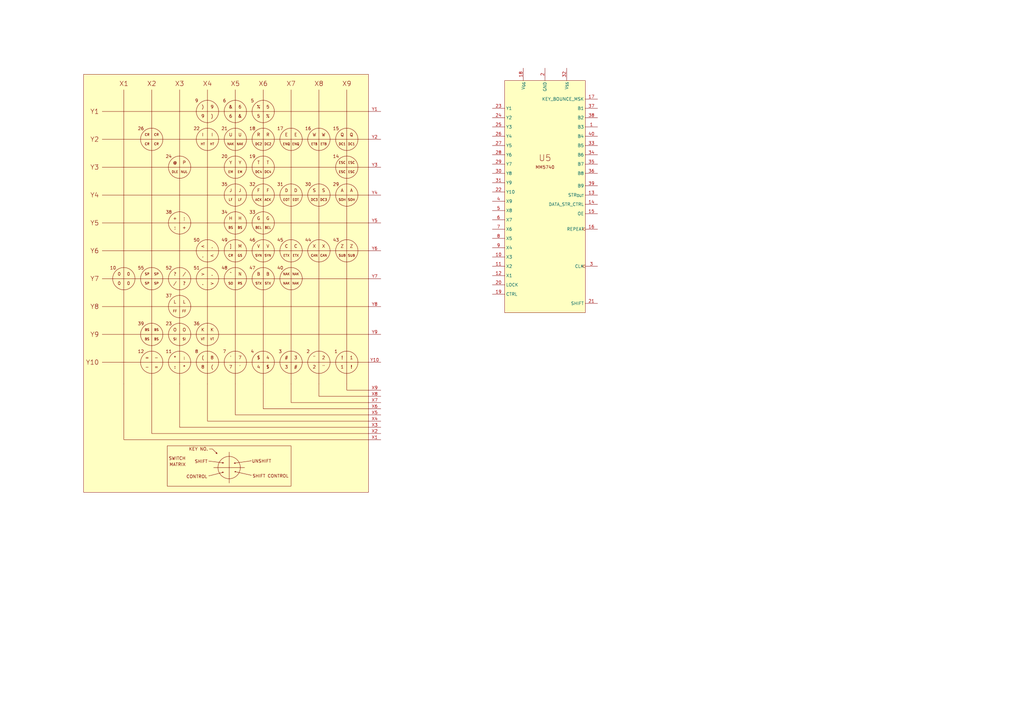
<source format=kicad_sch>
(kicad_sch (version 20211123) (generator eeschema)
  (paper "A3")
  (title_block (title "Apple II - Single Piece Keyboard") (date "2022-07-11") (rev "SPK") (company "Apple Computers, Inc.") (comment 1 "Original schematic by Apple Computers") (comment 2 "https://github.com/omega9380/Retro-Schematics") (comment 3 "Replication by Omega9380 - July 2022") (comment 4 "Source: The Apple II Circuit Description by W. Gayler"))
  (lib_symbols
    (symbol "Apple II:SPK_SINGLE_PIECE_KEYBOARD"
      (symbol "SPK_SINGLE_PIECE_KEYBOARD_0_0"
        (polyline (pts (xy 7.62 -118.11) (xy 116.84 -118.11)))
        (polyline (pts (xy 7.62 -106.68) (xy 116.84 -106.68)))
        (polyline (pts (xy 7.62 -95.25) (xy 116.84 -95.25)))
        (polyline (pts (xy 7.62 -83.82) (xy 116.84 -83.82)))
        (polyline (pts (xy 7.62 -72.39) (xy 116.84 -72.39)))
        (polyline (pts (xy 7.62 -60.96) (xy 116.84 -60.96)))
        (polyline (pts (xy 7.62 -49.53) (xy 116.84 -49.53)))
        (polyline (pts (xy 7.62 -38.1) (xy 116.84 -38.1)))
        (polyline (pts (xy 7.62 -26.67) (xy 116.84 -26.67)))
        (polyline (pts (xy 7.62 -15.24) (xy 116.84 -15.24)))
        (polyline (pts (xy 16.51 -6.35) (xy 16.51 -127)))
        (polyline (pts (xy 27.94 -6.35) (xy 27.94 -127)))
        (polyline (pts (xy 39.37 -6.35) (xy 39.37 -127)))
        (polyline (pts (xy 50.8 -6.35) (xy 50.8 -127)))
        (polyline (pts (xy 51.308 -158.623) (xy 57.404 -159.385)))
        (polyline (pts (xy 53.34 -161.29) (xy 66.04 -161.29)))
        (polyline (pts (xy 59.69 -154.94) (xy 59.69 -167.64)))
        (polyline (pts (xy 62.23 -6.35) (xy 62.23 -127)))
        (polyline (pts (xy 73.66 -6.35) (xy 73.66 -127)))
        (polyline (pts (xy 85.09 -6.35) (xy 85.09 -127)))
        (polyline (pts (xy 96.52 -6.35) (xy 96.52 -127)))
        (polyline (pts (xy 107.95 -6.35) (xy 107.95 -127)))
        (polyline (pts (xy 16.51 -127) (xy 16.51 -149.86) (xy 116.84 -149.86)))
        (polyline (pts (xy 27.94 -127) (xy 27.94 -147.32) (xy 116.84 -147.32)))
        (polyline (pts (xy 39.37 -127) (xy 39.37 -144.78) (xy 116.84 -144.78)))
        (polyline (pts (xy 50.8 -127) (xy 50.8 -142.24) (xy 116.84 -142.24)))
        (polyline (pts (xy 51.562 -153.67) (xy 52.832 -153.67) (xy 54.737 -155.575)))
        (polyline (pts (xy 62.23 -127) (xy 62.23 -139.7) (xy 116.84 -139.7)))
        (polyline (pts (xy 73.66 -127) (xy 73.66 -137.16) (xy 116.84 -137.16)))
        (polyline (pts (xy 85.09 -127) (xy 85.09 -134.62) (xy 116.84 -134.62)))
        (polyline (pts (xy 96.52 -127) (xy 96.52 -132.08) (xy 116.84 -132.08)))
        (polyline (pts (xy 107.95 -127) (xy 107.95 -129.54) (xy 116.84 -129.54)))
        (polyline (pts (xy 54.737 -155.575) (xy 54.61 -155.067) (xy 54.229 -155.448) (xy 54.737 -155.575)) (fill (type outline)))
        (polyline (pts (xy 57.404 -159.385) (xy 57.023 -159.131) (xy 56.896 -159.512) (xy 57.404 -159.385)) (fill (type outline)))
        (polyline (pts (xy 51.308 -164.719) (xy 57.404 -163.195) (xy 56.896 -163.068) (xy 57.023 -163.449) (xy 57.404 -163.195)) (fill (type outline)))
        (polyline (pts (xy 68.834 -164.465) (xy 61.976 -162.941) (xy 62.23 -163.195) (xy 62.357 -162.814) (xy 61.976 -162.941)) (fill (type outline)))
        (polyline (pts (xy 68.834 -158.496) (xy 61.722 -159.512) (xy 62.103 -159.258) (xy 62.23 -159.639) (xy 61.722 -159.512)) (fill (type outline)))
        (rectangle (start 0 0) (end 116.84 -171.45) (fill (type background)))
        (circle (center 16.51 -83.82) (radius 4.5791))
        (circle (center 27.94 -118.11) (radius 4.5791))
        (circle (center 27.94 -106.68) (radius 4.5791))
        (circle (center 27.94 -83.82) (radius 4.5791))
        (circle (center 27.94 -26.67) (radius 4.5791))
        (rectangle (start 34.29 -152.4) (end 85.09 -168.91) (fill (type background)))
        (circle (center 39.37 -118.11) (radius 4.5791))
        (circle (center 39.37 -106.68) (radius 4.5791))
        (circle (center 39.37 -95.25) (radius 4.5791))
        (circle (center 39.37 -83.82) (radius 4.5791))
        (circle (center 39.37 -60.96) (radius 4.5791))
        (circle (center 39.37 -38.1) (radius 4.5791))
        (circle (center 50.8 -118.11) (radius 4.5791))
        (circle (center 50.8 -106.68) (radius 4.5791))
        (circle (center 50.8 -83.82) (radius 4.5791))
        (circle (center 50.8 -72.39) (radius 4.5791))
        (circle (center 50.8 -26.67) (radius 4.5791))
        (circle (center 50.8 -15.24) (radius 4.5791))
        (circle (center 59.69 -161.29) (radius 4.5791))
        (circle (center 62.23 -118.11) (radius 4.5791))
        (circle (center 62.23 -83.82) (radius 4.5791))
        (circle (center 62.23 -72.39) (radius 4.5791))
        (circle (center 62.23 -60.96) (radius 4.5791))
        (circle (center 62.23 -49.53) (radius 4.5791))
        (circle (center 62.23 -38.1) (radius 4.5791))
        (circle (center 62.23 -26.67) (radius 4.5791))
        (circle (center 62.23 -15.24) (radius 4.5791))
        (circle (center 73.66 -118.11) (radius 4.5791))
        (circle (center 73.66 -83.82) (radius 4.5791))
        (circle (center 73.66 -72.39) (radius 4.5791))
        (circle (center 73.66 -60.96) (radius 4.5791))
        (circle (center 73.66 -49.53) (radius 4.5791))
        (circle (center 73.66 -38.1) (radius 4.5791))
        (circle (center 73.66 -26.67) (radius 4.5791))
        (circle (center 73.66 -15.24) (radius 4.5791))
        (circle (center 85.09 -118.11) (radius 4.5791))
        (circle (center 85.09 -83.82) (radius 4.5791))
        (circle (center 85.09 -72.39) (radius 4.5791))
        (circle (center 85.09 -49.53) (radius 4.5791))
        (circle (center 85.09 -26.67) (radius 4.5791))
        (circle (center 96.52 -118.11) (radius 4.5791))
        (circle (center 96.52 -72.39) (radius 4.5791))
        (circle (center 96.52 -49.53) (radius 4.5791))
        (circle (center 96.52 -26.67) (radius 4.5791))
        (circle (center 107.95 -118.11) (radius 4.5791))
        (circle (center 107.95 -72.39) (radius 4.5791))
        (circle (center 107.95 -49.53) (radius 4.5791))
        (circle (center 107.95 -38.1) (radius 4.5791))
        (circle (center 107.95 -26.67) (radius 4.5791))
        (text "!" (at 106.045 -116.205 0) (effects (font (size 1.27 1.27))))
        (text "!" (at 109.855 -120.015 0) (effects (font (size 1.27 1.27))))
        (text "\"" (at 94.615 -116.205 0) (effects (font (size 1.27 1.27))))
        (text "\"" (at 98.425 -120.015 0) (effects (font (size 1.27 1.27))))
        (text "#" (at 83.185 -116.205 0) (effects (font (size 1.27 1.27))))
        (text "#" (at 86.995 -120.015 0) (effects (font (size 1.27 1.27))))
        (text "$" (at 71.755 -116.205 0) (effects (font (size 1.27 1.27))))
        (text "$" (at 75.565 -120.015 0) (effects (font (size 1.27 1.27))))
        (text "%" (at 71.755 -13.335 0) (effects (font (size 1.27 1.27))))
        (text "%" (at 75.565 -17.145 0) (effects (font (size 1.27 1.27))))
        (text "&" (at 60.325 -13.335 0) (effects (font (size 1.27 1.27))))
        (text "&" (at 64.135 -17.145 0) (effects (font (size 1.27 1.27))))
        (text "'" (at 60.325 -116.205 0) (effects (font (size 1.27 1.27))))
        (text "'" (at 64.135 -120.015 0) (effects (font (size 1.27 1.27))))
        (text "(" (at 48.895 -116.205 0) (effects (font (size 1.27 1.27))))
        (text "(" (at 52.705 -120.015 0) (effects (font (size 1.27 1.27))))
        (text ")" (at 48.895 -13.335 0) (effects (font (size 1.27 1.27))))
        (text ")" (at 52.705 -17.145 0) (effects (font (size 1.27 1.27))))
        (text "*" (at 37.465 -116.205 0) (effects (font (size 1.27 1.27))))
        (text "*" (at 41.275 -120.015 0) (effects (font (size 1.27 1.27))))
        (text "+" (at 37.465 -59.055 0) (effects (font (size 1.27 1.27))))
        (text "+" (at 41.275 -62.865 0) (effects (font (size 1.27 1.27))))
        (text "," (at 48.895 -74.295 0) (effects (font (size 1.27 1.27))))
        (text "," (at 52.705 -70.485 0) (effects (font (size 1.27 1.27))))
        (text "-" (at 26.035 -120.015 0) (effects (font (size 1.27 1.27))))
        (text "-" (at 29.845 -116.205 0) (effects (font (size 1.27 1.27))))
        (text "." (at 48.895 -85.725 0) (effects (font (size 1.27 1.27))))
        (text "." (at 52.705 -81.915 0) (effects (font (size 1.27 1.27))))
        (text "/" (at 37.465 -85.725 0) (effects (font (size 1.27 1.27))))
        (text "/" (at 41.275 -81.915 0) (effects (font (size 1.27 1.27))))
        (text "0" (at 14.605 -85.725 0) (effects (font (size 1.27 1.27))))
        (text "0" (at 14.605 -81.915 0) (effects (font (size 1.27 1.27))))
        (text "0" (at 18.415 -85.725 0) (effects (font (size 1.27 1.27))))
        (text "0" (at 18.415 -81.915 0) (effects (font (size 1.27 1.27))))
        (text "1" (at 103.505 -113.665 0) (effects (font (size 1.27 1.27))))
        (text "1" (at 106.045 -120.015 0) (effects (font (size 1.27 1.27))))
        (text "1" (at 109.855 -116.205 0) (effects (font (size 1.27 1.27))))
        (text "10" (at 12.065 -79.375 0) (effects (font (size 1.27 1.27))))
        (text "11" (at 34.925 -113.665 0) (effects (font (size 1.27 1.27))))
        (text "12" (at 23.495 -113.665 0) (effects (font (size 1.27 1.27))))
        (text "14" (at 103.505 -33.655 0) (effects (font (size 1.27 1.27))))
        (text "15" (at 103.505 -22.225 0) (effects (font (size 1.27 1.27))))
        (text "16" (at 92.075 -22.225 0) (effects (font (size 1.27 1.27))))
        (text "17" (at 80.645 -22.225 0) (effects (font (size 1.27 1.27))))
        (text "18" (at 69.215 -22.225 0) (effects (font (size 1.27 1.27))))
        (text "19" (at 69.215 -33.655 0) (effects (font (size 1.27 1.27))))
        (text "2" (at 92.075 -113.665 0) (effects (font (size 1.27 1.27))))
        (text "2" (at 94.615 -120.015 0) (effects (font (size 1.27 1.27))))
        (text "2" (at 98.425 -116.205 0) (effects (font (size 1.27 1.27))))
        (text "20" (at 57.785 -33.655 0) (effects (font (size 1.27 1.27))))
        (text "21" (at 57.785 -22.225 0) (effects (font (size 1.27 1.27))))
        (text "22" (at 46.355 -22.225 0) (effects (font (size 1.27 1.27))))
        (text "23" (at 34.925 -102.235 0) (effects (font (size 1.27 1.27))))
        (text "24" (at 34.925 -33.655 0) (effects (font (size 1.27 1.27))))
        (text "26" (at 23.495 -22.225 0) (effects (font (size 1.27 1.27))))
        (text "29" (at 103.505 -45.085 0) (effects (font (size 1.27 1.27))))
        (text "3" (at 80.645 -113.665 0) (effects (font (size 1.27 1.27))))
        (text "3" (at 83.185 -120.015 0) (effects (font (size 1.27 1.27))))
        (text "3" (at 86.995 -116.205 0) (effects (font (size 1.27 1.27))))
        (text "30" (at 92.075 -45.085 0) (effects (font (size 1.27 1.27))))
        (text "31" (at 80.645 -45.085 0) (effects (font (size 1.27 1.27))))
        (text "32" (at 69.215 -45.085 0) (effects (font (size 1.27 1.27))))
        (text "33" (at 69.215 -56.515 0) (effects (font (size 1.27 1.27))))
        (text "34" (at 57.785 -56.515 0) (effects (font (size 1.27 1.27))))
        (text "35" (at 57.785 -45.085 0) (effects (font (size 1.27 1.27))))
        (text "36" (at 46.355 -102.235 0) (effects (font (size 1.27 1.27))))
        (text "37" (at 34.925 -90.805 0) (effects (font (size 1.27 1.27))))
        (text "38" (at 34.925 -56.515 0) (effects (font (size 1.27 1.27))))
        (text "39" (at 23.495 -102.235 0) (effects (font (size 1.27 1.27))))
        (text "4" (at 69.215 -113.665 0) (effects (font (size 1.27 1.27))))
        (text "4" (at 71.755 -120.015 0) (effects (font (size 1.27 1.27))))
        (text "4" (at 75.565 -116.205 0) (effects (font (size 1.27 1.27))))
        (text "40" (at 80.645 -79.375 0) (effects (font (size 1.27 1.27))))
        (text "43" (at 103.505 -67.945 0) (effects (font (size 1.27 1.27))))
        (text "44" (at 92.075 -67.945 0) (effects (font (size 1.27 1.27))))
        (text "45" (at 80.645 -67.945 0) (effects (font (size 1.27 1.27))))
        (text "46" (at 69.215 -67.945 0) (effects (font (size 1.27 1.27))))
        (text "47" (at 69.215 -79.375 0) (effects (font (size 1.27 1.27))))
        (text "48" (at 57.785 -79.375 0) (effects (font (size 1.27 1.27))))
        (text "49" (at 57.785 -67.945 0) (effects (font (size 1.27 1.27))))
        (text "5" (at 69.215 -10.795 0) (effects (font (size 1.27 1.27))))
        (text "5" (at 71.755 -17.145 0) (effects (font (size 1.27 1.27))))
        (text "5" (at 75.565 -13.335 0) (effects (font (size 1.27 1.27))))
        (text "50" (at 46.355 -67.945 0) (effects (font (size 1.27 1.27))))
        (text "51" (at 46.355 -79.375 0) (effects (font (size 1.27 1.27))))
        (text "52" (at 34.925 -79.375 0) (effects (font (size 1.27 1.27))))
        (text "55" (at 23.495 -79.375 0) (effects (font (size 1.27 1.27))))
        (text "6" (at 57.785 -10.795 0) (effects (font (size 1.27 1.27))))
        (text "6" (at 60.325 -17.145 0) (effects (font (size 1.27 1.27))))
        (text "6" (at 64.135 -13.335 0) (effects (font (size 1.27 1.27))))
        (text "7" (at 57.785 -113.665 0) (effects (font (size 1.27 1.27))))
        (text "7" (at 60.325 -120.015 0) (effects (font (size 1.27 1.27))))
        (text "7" (at 64.135 -116.205 0) (effects (font (size 1.27 1.27))))
        (text "8" (at 46.355 -113.665 0) (effects (font (size 1.27 1.27))))
        (text "8" (at 48.895 -120.015 0) (effects (font (size 1.27 1.27))))
        (text "8" (at 52.705 -116.205 0) (effects (font (size 1.27 1.27))))
        (text "9" (at 46.355 -10.795 0) (effects (font (size 1.27 1.27))))
        (text "9" (at 48.895 -17.145 0) (effects (font (size 1.27 1.27))))
        (text "9" (at 52.705 -13.335 0) (effects (font (size 1.27 1.27))))
        (text ":" (at 37.465 -120.015 0) (effects (font (size 1.27 1.27))))
        (text ":" (at 41.275 -116.205 0) (effects (font (size 1.27 1.27))))
        (text ";" (at 37.465 -62.865 0) (effects (font (size 1.27 1.27))))
        (text ";" (at 41.275 -59.055 0) (effects (font (size 1.27 1.27))))
        (text "<" (at 48.895 -70.485 0) (effects (font (size 1.27 1.27))))
        (text "<" (at 52.705 -74.295 0) (effects (font (size 1.27 1.27))))
        (text "=" (at 26.035 -116.205 0) (effects (font (size 1.27 1.27))))
        (text "=" (at 29.845 -120.015 0) (effects (font (size 1.27 1.27))))
        (text ">" (at 48.895 -81.915 0) (effects (font (size 1.27 1.27))))
        (text ">" (at 52.705 -85.725 0) (effects (font (size 1.27 1.27))))
        (text "?" (at 37.465 -81.915 0) (effects (font (size 1.27 1.27))))
        (text "?" (at 41.275 -85.725 0) (effects (font (size 1.27 1.27))))
        (text "@" (at 37.465 -36.195 0) (effects (font (size 1.27 1.27))))
        (text "]" (at 60.325 -70.485 0) (effects (font (size 1.27 1.27))))
        (text "^" (at 60.325 -81.915 0) (effects (font (size 1.27 1.27))))
        (text "A" (at 106.045 -47.625 0) (effects (font (size 1.27 1.27))))
        (text "A" (at 109.855 -47.625 0) (effects (font (size 1.27 1.27))))
        (text "ACK" (at 71.755 -51.435 0) (effects (font (size 0.9525 0.9525))))
        (text "ACK" (at 75.565 -51.435 0) (effects (font (size 0.9525 0.9525))))
        (text "B" (at 71.755 -81.915 0) (effects (font (size 1.27 1.27))))
        (text "B" (at 75.565 -81.915 0) (effects (font (size 1.27 1.27))))
        (text "BEL" (at 71.755 -62.865 0) (effects (font (size 0.9525 0.9525))))
        (text "BEL" (at 75.565 -62.865 0) (effects (font (size 0.9525 0.9525))))
        (text "BS" (at 26.035 -108.585 0) (effects (font (size 0.9525 0.9525))))
        (text "BS" (at 26.035 -104.775 0) (effects (font (size 0.9525 0.9525))))
        (text "BS" (at 29.845 -108.585 0) (effects (font (size 0.9525 0.9525))))
        (text "BS" (at 29.845 -104.775 0) (effects (font (size 0.9525 0.9525))))
        (text "BS" (at 60.325 -62.865 0) (effects (font (size 0.9525 0.9525))))
        (text "BS" (at 64.135 -62.865 0) (effects (font (size 0.9525 0.9525))))
        (text "C" (at 83.185 -70.485 0) (effects (font (size 1.27 1.27))))
        (text "C" (at 86.995 -70.485 0) (effects (font (size 1.27 1.27))))
        (text "CAN" (at 94.615 -74.295 0) (effects (font (size 0.9525 0.9525))))
        (text "CAN" (at 98.425 -74.295 0) (effects (font (size 0.9525 0.9525))))
        (text "CONTROL" (at 50.8 -164.973 0) (effects (font (size 1.27 1.27)) (justify right)))
        (text "CR" (at 26.035 -28.575 0) (effects (font (size 0.9525 0.9525))))
        (text "CR" (at 26.035 -24.765 0) (effects (font (size 0.9525 0.9525))))
        (text "CR" (at 29.845 -28.575 0) (effects (font (size 0.9525 0.9525))))
        (text "CR" (at 29.845 -24.765 0) (effects (font (size 0.9525 0.9525))))
        (text "CR" (at 60.325 -74.295 0) (effects (font (size 0.9525 0.9525))))
        (text "D" (at 83.185 -47.625 0) (effects (font (size 1.27 1.27))))
        (text "D" (at 86.995 -47.625 0) (effects (font (size 1.27 1.27))))
        (text "DC1" (at 106.045 -28.575 0) (effects (font (size 0.9525 0.9525))))
        (text "DC1" (at 109.855 -28.575 0) (effects (font (size 0.9525 0.9525))))
        (text "DC2" (at 71.755 -28.575 0) (effects (font (size 0.9525 0.9525))))
        (text "DC2" (at 75.565 -28.575 0) (effects (font (size 0.9525 0.9525))))
        (text "DC3" (at 94.615 -51.435 0) (effects (font (size 0.9525 0.9525))))
        (text "DC3" (at 98.425 -51.435 0) (effects (font (size 0.9525 0.9525))))
        (text "DC4" (at 71.755 -40.005 0) (effects (font (size 0.9525 0.9525))))
        (text "DC4" (at 75.565 -40.005 0) (effects (font (size 0.9525 0.9525))))
        (text "DLE" (at 37.465 -40.005 0) (effects (font (size 0.9525 0.9525))))
        (text "E" (at 83.185 -24.765 0) (effects (font (size 1.27 1.27))))
        (text "E" (at 86.995 -24.765 0) (effects (font (size 1.27 1.27))))
        (text "EM" (at 60.325 -40.005 0) (effects (font (size 0.9525 0.9525))))
        (text "EM" (at 64.135 -40.005 0) (effects (font (size 0.9525 0.9525))))
        (text "ENQ" (at 83.185 -28.575 0) (effects (font (size 0.9525 0.9525))))
        (text "ENQ" (at 86.995 -28.575 0) (effects (font (size 0.9525 0.9525))))
        (text "EOT" (at 83.185 -51.435 0) (effects (font (size 0.9525 0.9525))))
        (text "EOT" (at 86.995 -51.435 0) (effects (font (size 0.9525 0.9525))))
        (text "ESC" (at 106.045 -40.005 0) (effects (font (size 0.9525 0.9525))))
        (text "ESC" (at 106.045 -36.195 0) (effects (font (size 0.9525 0.9525))))
        (text "ESC" (at 109.855 -40.005 0) (effects (font (size 0.9525 0.9525))))
        (text "ESC" (at 109.855 -36.195 0) (effects (font (size 0.9525 0.9525))))
        (text "ETB" (at 94.615 -28.575 0) (effects (font (size 0.9525 0.9525))))
        (text "ETB" (at 98.425 -28.575 0) (effects (font (size 0.9525 0.9525))))
        (text "ETX" (at 83.185 -74.295 0) (effects (font (size 0.9525 0.9525))))
        (text "ETX" (at 86.995 -74.295 0) (effects (font (size 0.9525 0.9525))))
        (text "F" (at 71.755 -47.625 0) (effects (font (size 1.27 1.27))))
        (text "F" (at 75.565 -47.625 0) (effects (font (size 1.27 1.27))))
        (text "FF" (at 37.465 -97.155 0) (effects (font (size 0.9525 0.9525))))
        (text "FF" (at 41.275 -97.155 0) (effects (font (size 0.9525 0.9525))))
        (text "G" (at 71.755 -59.055 0) (effects (font (size 1.27 1.27))))
        (text "G" (at 75.565 -59.055 0) (effects (font (size 1.27 1.27))))
        (text "GS" (at 64.135 -74.295 0) (effects (font (size 0.9525 0.9525))))
        (text "H" (at 60.325 -59.055 0) (effects (font (size 1.27 1.27))))
        (text "H" (at 64.135 -59.055 0) (effects (font (size 1.27 1.27))))
        (text "HT" (at 48.895 -28.575 0) (effects (font (size 0.9525 0.9525))))
        (text "HT" (at 52.705 -28.575 0) (effects (font (size 0.9525 0.9525))))
        (text "I" (at 48.895 -24.765 0) (effects (font (size 1.27 1.27))))
        (text "I" (at 52.705 -24.765 0) (effects (font (size 1.27 1.27))))
        (text "J" (at 60.325 -47.625 0) (effects (font (size 1.27 1.27))))
        (text "J" (at 64.135 -47.625 0) (effects (font (size 1.27 1.27))))
        (text "K" (at 48.895 -104.775 0) (effects (font (size 1.27 1.27))))
        (text "K" (at 52.705 -104.775 0) (effects (font (size 1.27 1.27))))
        (text "KEY NO." (at 47.117 -153.67 0) (effects (font (size 1.27 1.27))))
        (text "L" (at 37.465 -93.345 0) (effects (font (size 1.27 1.27))))
        (text "L" (at 41.275 -93.345 0) (effects (font (size 1.27 1.27))))
        (text "LF" (at 60.325 -51.435 0) (effects (font (size 0.9525 0.9525))))
        (text "LF" (at 64.135 -51.435 0) (effects (font (size 0.9525 0.9525))))
        (text "M" (at 64.135 -70.485 0) (effects (font (size 1.27 1.27))))
        (text "MATRIX" (at 41.91 -160.02 0) (effects (font (size 1.27 1.27)) (justify right)))
        (text "N" (at 64.135 -81.915 0) (effects (font (size 1.27 1.27))))
        (text "NAK" (at 60.325 -28.575 0) (effects (font (size 0.9525 0.9525))))
        (text "NAK" (at 64.135 -28.575 0) (effects (font (size 0.9525 0.9525))))
        (text "NAK" (at 83.185 -85.725 0) (effects (font (size 0.9525 0.9525))))
        (text "NAK" (at 83.185 -81.915 0) (effects (font (size 0.9525 0.9525))))
        (text "NAK" (at 86.995 -85.725 0) (effects (font (size 0.9525 0.9525))))
        (text "NAK" (at 86.995 -81.915 0) (effects (font (size 0.9525 0.9525))))
        (text "NUL" (at 41.275 -40.005 0) (effects (font (size 0.9525 0.9525))))
        (text "O" (at 37.465 -104.775 0) (effects (font (size 1.27 1.27))))
        (text "O" (at 41.275 -104.775 0) (effects (font (size 1.27 1.27))))
        (text "P" (at 41.275 -36.195 0) (effects (font (size 1.27 1.27))))
        (text "Q" (at 106.045 -24.765 0) (effects (font (size 1.27 1.27))))
        (text "Q" (at 109.855 -24.765 0) (effects (font (size 1.27 1.27))))
        (text "R" (at 71.755 -24.765 0) (effects (font (size 1.27 1.27))))
        (text "R" (at 75.565 -24.765 0) (effects (font (size 1.27 1.27))))
        (text "RS" (at 64.135 -85.725 0) (effects (font (size 0.9525 0.9525))))
        (text "S" (at 94.615 -47.625 0) (effects (font (size 1.27 1.27))))
        (text "S" (at 98.425 -47.625 0) (effects (font (size 1.27 1.27))))
        (text "SHIFT" (at 50.927 -158.75 0) (effects (font (size 1.27 1.27)) (justify right)))
        (text "SHIFT CONTROL" (at 69.215 -164.719 0) (effects (font (size 1.27 1.27)) (justify left)))
        (text "SI" (at 37.465 -108.585 0) (effects (font (size 0.9525 0.9525))))
        (text "SI" (at 41.275 -108.585 0) (effects (font (size 0.9525 0.9525))))
        (text "SO" (at 60.325 -85.725 0) (effects (font (size 0.9525 0.9525))))
        (text "SOH" (at 106.045 -51.435 0) (effects (font (size 0.9525 0.9525))))
        (text "SOH" (at 109.855 -51.435 0) (effects (font (size 0.9525 0.9525))))
        (text "SP" (at 26.035 -85.725 0) (effects (font (size 0.9525 0.9525))))
        (text "SP" (at 26.035 -81.915 0) (effects (font (size 0.9525 0.9525))))
        (text "SP" (at 29.845 -85.725 0) (effects (font (size 0.9525 0.9525))))
        (text "SP" (at 29.845 -81.915 0) (effects (font (size 0.9525 0.9525))))
        (text "STX" (at 71.755 -85.725 0) (effects (font (size 0.9525 0.9525))))
        (text "STX" (at 75.565 -85.725 0) (effects (font (size 0.9525 0.9525))))
        (text "SUB" (at 106.045 -74.295 0) (effects (font (size 0.9525 0.9525))))
        (text "SUB" (at 109.855 -74.295 0) (effects (font (size 0.9525 0.9525))))
        (text "SWITCH" (at 41.91 -157.48 0) (effects (font (size 1.27 1.27)) (justify right)))
        (text "SYN" (at 71.755 -74.295 0) (effects (font (size 0.9525 0.9525))))
        (text "SYN" (at 75.565 -74.295 0) (effects (font (size 0.9525 0.9525))))
        (text "T" (at 71.755 -36.195 0) (effects (font (size 1.27 1.27))))
        (text "T" (at 75.565 -36.195 0) (effects (font (size 1.27 1.27))))
        (text "U" (at 60.325 -24.765 0) (effects (font (size 1.27 1.27))))
        (text "U" (at 64.135 -24.765 0) (effects (font (size 1.27 1.27))))
        (text "UNSHIFT" (at 68.961 -158.623 0) (effects (font (size 1.27 1.27)) (justify left)))
        (text "V" (at 71.755 -70.485 0) (effects (font (size 1.27 1.27))))
        (text "V" (at 75.565 -70.485 0) (effects (font (size 1.27 1.27))))
        (text "VT" (at 48.895 -108.585 0) (effects (font (size 0.9525 0.9525))))
        (text "VT" (at 52.705 -108.585 0) (effects (font (size 0.9525 0.9525))))
        (text "W" (at 94.615 -24.765 0) (effects (font (size 1.27 1.27))))
        (text "W" (at 98.425 -24.765 0) (effects (font (size 1.27 1.27))))
        (text "X" (at 94.615 -70.485 0) (effects (font (size 1.27 1.27))))
        (text "X" (at 98.425 -70.485 0) (effects (font (size 1.27 1.27))))
        (text "X1" (at 16.51 -3.81 0) (effects (font (size 1.905 1.905))))
        (text "X2" (at 27.94 -3.81 0) (effects (font (size 1.905 1.905))))
        (text "X3" (at 39.37 -3.81 0) (effects (font (size 1.905 1.905))))
        (text "X4" (at 50.8 -3.81 0) (effects (font (size 1.905 1.905))))
        (text "X5" (at 62.23 -3.81 0) (effects (font (size 1.905 1.905))))
        (text "X6" (at 73.66 -3.81 0) (effects (font (size 1.905 1.905))))
        (text "X7" (at 85.09 -3.81 0) (effects (font (size 1.905 1.905))))
        (text "X8" (at 96.52 -3.81 0) (effects (font (size 1.905 1.905))))
        (text "X9" (at 107.95 -3.81 0) (effects (font (size 1.905 1.905))))
        (text "Y" (at 60.325 -36.195 0) (effects (font (size 1.27 1.27))))
        (text "Y" (at 64.135 -36.195 0) (effects (font (size 1.27 1.27))))
        (text "Y1" (at 6.35 -15.24 0) (effects (font (size 1.905 1.905)) (justify right)))
        (text "Y10" (at 6.35 -118.11 0) (effects (font (size 1.905 1.905)) (justify right)))
        (text "Y2" (at 6.35 -26.67 0) (effects (font (size 1.905 1.905)) (justify right)))
        (text "Y3" (at 6.35 -38.1 0) (effects (font (size 1.905 1.905)) (justify right)))
        (text "Y4" (at 6.35 -49.53 0) (effects (font (size 1.905 1.905)) (justify right)))
        (text "Y5" (at 6.35 -60.96 0) (effects (font (size 1.905 1.905)) (justify right)))
        (text "Y6" (at 6.35 -72.39 0) (effects (font (size 1.905 1.905)) (justify right)))
        (text "Y7" (at 6.35 -83.82 0) (effects (font (size 1.905 1.905)) (justify right)))
        (text "Y8" (at 6.35 -95.25 0) (effects (font (size 1.905 1.905)) (justify right)))
        (text "Y9" (at 6.35 -106.68 0) (effects (font (size 1.905 1.905)) (justify right)))
        (text "Z" (at 106.045 -70.485 0) (effects (font (size 1.27 1.27))))
        (text "Z" (at 109.855 -70.485 0) (effects (font (size 1.27 1.27))))
      )
      (symbol "SPK_SINGLE_PIECE_KEYBOARD_1_1"
        (pin passive line (at 121.92 -149.86 180) (length 5.08) (name "~") (number "X1"))
        (pin passive line (at 121.92 -147.32 180) (length 5.08) (name "~") (number "X2"))
        (pin passive line (at 121.92 -144.78 180) (length 5.08) (name "~") (number "X3"))
        (pin passive line (at 121.92 -142.24 180) (length 5.08) (name "~") (number "X4"))
        (pin passive line (at 121.92 -139.7 180) (length 5.08) (name "~") (number "X5"))
        (pin passive line (at 121.92 -137.16 180) (length 5.08) (name "~") (number "X6"))
        (pin passive line (at 121.92 -134.62 180) (length 5.08) (name "~") (number "X7"))
        (pin passive line (at 121.92 -132.08 180) (length 5.08) (name "~") (number "X8"))
        (pin passive line (at 121.92 -129.54 180) (length 5.08) (name "~") (number "X9"))
        (pin passive line (at 121.92 -15.24 180) (length 5.08) (name "~") (number "Y1"))
        (pin passive line (at 121.92 -118.11 180) (length 5.08) (name "~") (number "Y10"))
        (pin passive line (at 121.92 -26.67 180) (length 5.08) (name "~") (number "Y2"))
        (pin passive line (at 121.92 -38.1 180) (length 5.08) (name "~") (number "Y3"))
        (pin passive line (at 121.92 -49.53 180) (length 5.08) (name "~") (number "Y4"))
        (pin passive line (at 121.92 -60.96 180) (length 5.08) (name "~") (number "Y5"))
        (pin passive line (at 121.92 -72.39 180) (length 5.08) (name "~") (number "Y6"))
        (pin passive line (at 121.92 -83.82 180) (length 5.08) (name "~") (number "Y7"))
        (pin passive line (at 121.92 -95.25 180) (length 5.08) (name "~") (number "Y8"))
        (pin passive line (at 121.92 -106.68 180) (length 5.08) (name "~") (number "Y9"))
      )
    )
    (symbol "Apple II:SPK_U5_MM5740"
      (symbol "SPK_U5_MM5740_0_0"
        (text "MM5740" (at 16.51 -35.56 0) (effects (font (size 1.27 1.27))))
        (text "U5" (at 16.51 -31.75 0) (effects (font (size 2.54 2.54))))
        (pin passive line (at -5.08 -11.43 0) (length 5.08) (name "Y1") (number "23"))
      )
      (symbol "SPK_U5_MM5740_0_1"
        (rectangle (start 0 0) (end 33.02 -95.25) (fill (type background)))
      )
      (symbol "SPK_U5_MM5740_1_1"
        (pin passive line (at 38.1 -19.05 180) (length 5.08) (name "B3") (number "1"))
        (pin passive line (at -5.08 -72.39 0) (length 5.08) (name "X3") (number "10"))
        (pin passive line (at -5.08 -76.2 0) (length 5.08) (name "X2") (number "11"))
        (pin passive line (at -5.08 -80.01 0) (length 5.08) (name "X1") (number "12"))
        (pin passive line (at 38.1 -46.99 180) (length 5.08) (name "STR_{OUT}") (number "13"))
        (pin passive line (at 38.1 -50.8 180) (length 5.08) (name "DATA_STR_CTRL") (number "14"))
        (pin passive line (at 38.1 -54.61 180) (length 5.08) (name "OE") (number "15"))
        (pin passive clock (at 38.1 -60.96 180) (length 5.08) (name "REPEAT") (number "16"))
        (pin passive line (at 38.1 -7.62 180) (length 5.08) (name "KEY_BOUNCE_MSK") (number "17"))
        (pin passive line (at 7.62 5.08 270) (length 5.08) (name "V_{GG}") (number "18"))
        (pin passive line (at -5.08 -87.63 0) (length 5.08) (name "CTRL") (number "19"))
        (pin passive line (at 16.51 5.08 270) (length 5.08) (name "GND") (number "2"))
        (pin passive line (at -5.08 -83.82 0) (length 5.08) (name "LOCK") (number "20"))
        (pin passive line (at 38.1 -91.44 180) (length 5.08) (name "SHIFT") (number "21"))
        (pin passive line (at -5.08 -45.72 0) (length 5.08) (name "Y10") (number "22"))
        (pin passive line (at -5.08 -15.24 0) (length 5.08) (name "Y2") (number "24"))
        (pin passive line (at -5.08 -19.05 0) (length 5.08) (name "Y3") (number "25"))
        (pin passive line (at -5.08 -22.86 0) (length 5.08) (name "Y4") (number "26"))
        (pin passive line (at -5.08 -26.67 0) (length 5.08) (name "Y5") (number "27"))
        (pin passive line (at -5.08 -30.48 0) (length 5.08) (name "Y6") (number "28"))
        (pin passive line (at -5.08 -34.29 0) (length 5.08) (name "Y7") (number "29"))
        (pin passive clock (at 38.1 -76.2 180) (length 5.08) (name "CLK") (number "3"))
        (pin passive line (at -5.08 -38.1 0) (length 5.08) (name "Y8") (number "30"))
        (pin passive line (at -5.08 -41.91 0) (length 5.08) (name "Y9") (number "31"))
        (pin passive line (at 25.4 5.08 270) (length 5.08) (name "V_{SS}") (number "32"))
        (pin passive line (at 38.1 -26.67 180) (length 5.08) (name "B5") (number "33"))
        (pin passive line (at 38.1 -30.48 180) (length 5.08) (name "B6") (number "34"))
        (pin passive line (at 38.1 -34.29 180) (length 5.08) (name "B7") (number "35"))
        (pin passive line (at 38.1 -38.1 180) (length 5.08) (name "B8") (number "36"))
        (pin passive line (at 38.1 -11.43 180) (length 5.08) (name "B1") (number "37"))
        (pin passive line (at 38.1 -15.24 180) (length 5.08) (name "B2") (number "38"))
        (pin passive line (at 38.1 -43.18 180) (length 5.08) (name "B9") (number "39"))
        (pin passive line (at -5.08 -49.53 0) (length 5.08) (name "X9") (number "4"))
        (pin passive line (at 38.1 -22.86 180) (length 5.08) (name "B4") (number "40"))
        (pin passive line (at -5.08 -53.34 0) (length 5.08) (name "X8") (number "5"))
        (pin passive line (at -5.08 -57.15 0) (length 5.08) (name "X7") (number "6"))
        (pin passive line (at -5.08 -60.96 0) (length 5.08) (name "X6") (number "7"))
        (pin passive line (at -5.08 -64.77 0) (length 5.08) (name "X5") (number "8"))
        (pin passive line (at -5.08 -68.58 0) (length 5.08) (name "X4") (number "9"))
      )
    )
  )
  (symbol (lib_id "Apple II:SPK_U5_MM5740") (at 207.01 33.02 0) (unit 1)
    (property "Reference" "U?" (effects hide))
    (property "Value" "SPK_U5_MM5740" (effects hide))
  )
  (symbol (lib_id "Apple II:SPK_SINGLE_PIECE_KEYBOARD") (at 34.29 30.48 0) (unit 1)
    (property "Reference" "KBD?" (effects hide))
    (property "Value" "SPK_SINGLE_PIECE_KEYBOARD" (effects hide))
  )
)
</source>
